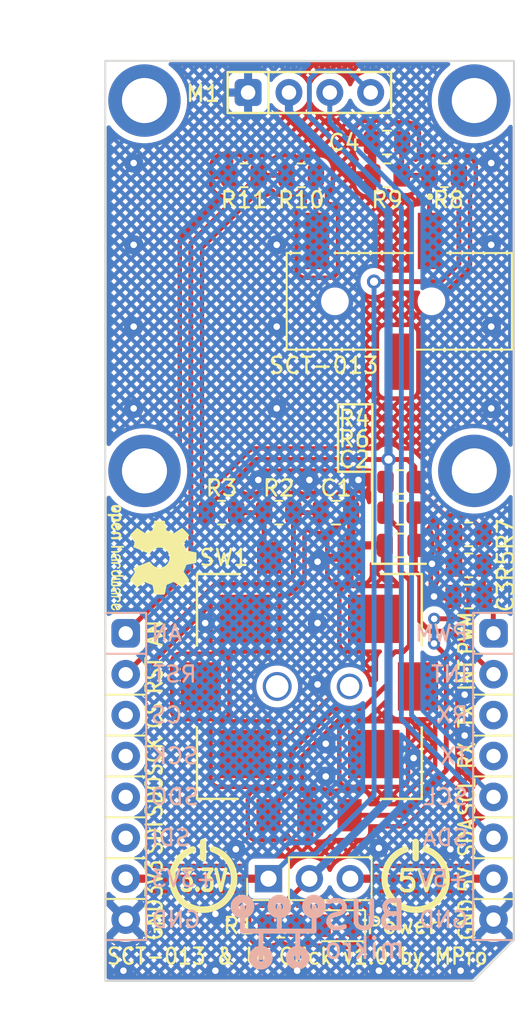
<source format=kicad_pcb>
(kicad_pcb (version 20241229) (generator "pcbnew") (generator_version "9.0")
  (title_block (title "SCT-013 & UI Click") (date "2025-04-20") (rev "1.0") (company "© 2025 MPro") (comment 1 "Designed by MPro") (comment 4 "Licensed under CERN-OHL-P v2 or any later version"))
  (layers (0 "F.Cu" signal) (2 "B.Cu" signal) (13 "F.Paste" user) (15 "B.Paste" user) (5 "F.SilkS" user "F.Silkscreen") (7 "B.SilkS" user "B.Silkscreen") (1 "F.Mask" user) (3 "B.Mask" user) (25 "Edge.Cuts" user))
  (net 0 "")
  (net 1 "GND")
  (net 2 "SW")
  (net 3 "A")
  (net 4 "B")
  (net 5 "Net-(C4-Pad1)")
  (net 6 "Net-(D1-A)")
  (net 7 "Net-(J1-Pad3)")
  (net 11 "SCL")
  (net 12 "SDA")
  (net 14 "MEAS")
  (net 15 "+3.3V")
  (net 19 "+5V")
  (net 20 "VCC")
  (net 21 "Net-(R2-Pad2)")
  (net 22 "Net-(R4-Pad2)")
  (net 23 "Net-(R5-Pad2)")
  (footprint "footprints:PJ-320B" (layer "F.Cu") (at 108.22 50.5005 180)
    (property "Reference" "J1")
    (property "Value" "SCT-013" (at 3.699 -3.9825 0) (layer "F.SilkS"))
    (pad "" np_thru_hole circle (at -3 0 180) (size 1.2 1.2) (drill 1.2) (layers "*.Cu" "*.Mask"))
    (pad "" np_thru_hole circle (at 3 0 180) (size 1.2 1.2) (drill 1.2) (layers "*.Cu" "*.Mask"))
    (pad "1" smd rect (at -2.9 3.75 180) (size 1.5 3.5) (layers "F.Cu" "F.Mask" "F.Paste") (net 5 "Net-(C4-Pad1)"))
    (pad "2" smd rect (at -0.900001 -3.75 180) (size 1.5 3.5) (layers "F.Cu" "F.Mask" "F.Paste"))
    (pad "3" smd rect (at 4.1 3.75 180) (size 1.5 3.5) (layers "F.Cu" "F.Mask" "F.Paste") (net 7 "Net-(J1-Pad3)"))
  )
  (footprint "footprints:LED_0805_2012Metric" (layer "F.Cu") (at 105.41 89.281 180)
    (property "Reference" "D1")
    (property "Value" "Power" (at -1.651 0 0) (layer "F.SilkS") (effects (justify left)))
    (pad "1" smd roundrect (at -0.937501 0 180) (size 0.975 1.4) (layers "F.Cu" "F.Mask" "F.Paste") (net 1 "GND"))
    (pad "2" smd roundrect (at 0.937501 0 180) (size 0.975 1.4) (layers "F.Cu" "F.Mask" "F.Paste") (net 6 "Net-(D1-A)"))
  )
  (footprint "footprints:C_0805_2012Metric" (layer "F.Cu") (at 105.283 63.627 180)
    (property "Reference" "C1" (at 0 1.524 0) (layer "F.SilkS"))
    (property "Value" "100n")
    (pad "1" smd roundrect (at -0.949999 0 180) (size 1 1.45) (layers "F.Cu" "F.Mask" "F.Paste") (net 1 "GND"))
    (pad "2" smd roundrect (at 0.949999 0 180) (size 1 1.45) (layers "F.Cu" "F.Mask" "F.Paste") (net 2 "SW"))
  )
  (footprint "footprints:R_0805_2012Metric" (layer "F.Cu") (at 98.171 63.627)
    (property "Reference" "R3" (at 0 -1.524 0) (layer "F.SilkS"))
    (property "Value" "10k")
    (pad "1" smd roundrect (at -0.9125 0) (size 1.025 1.4) (layers "F.Cu" "F.Mask" "F.Paste") (roundrect_rratio 0.243902) (net 20 "VCC"))
    (pad "2" smd roundrect (at 0.9125 0) (size 1.025 1.4) (layers "F.Cu" "F.Mask" "F.Paste") (roundrect_rratio 0.243902) (net 21 "Net-(R2-Pad2)"))
  )
  (footprint "footprints:Logo_Power_5V" (layer "F.Cu") (at 110.236 86.36)
    (property "Reference" "REF**")
    (property "Value" "LOGO")
    (fp_text user "5V" (at -1.27 0.9144 0) (layer "F.SilkS") (effects (font (size 1.3 1.3) (thickness 0.225) (bold yes)) (justify left bottom)))
  )
  (footprint "footprints:OSHW-Logo2_7.3x6mm_SilkScreen" (layer "F.Cu") (at 93.853 66.421 -90)
    (property "Reference" "LOGO1")
    (property "Value" "Logo_Open_Hardware_Small")
  )
  (footprint "footprints:R_0805_2012Metric" (layer "F.Cu") (at 99.568 42.672 180)
    (property "Reference" "R11" (at 0 -1.524 0) (layer "F.SilkS"))
    (property "Value" "100k")
    (pad "1" smd roundrect (at -0.9125 0 180) (size 1.025 1.4) (layers "F.Cu" "F.Mask" "F.Paste") (roundrect_rratio 0.243902) (net 14 "MEAS"))
    (pad "2" smd roundrect (at 0.9125 0 180) (size 1.025 1.4) (layers "F.Cu" "F.Mask" "F.Paste") (roundrect_rratio 0.243902) (net 1 "GND"))
  )
  (footprint "footprints:mikroBUS_module_L" (layer "F.Cu") (at 92.217 71.12)
    (property "Reference" "J2" (hide yes))
    (property "Value" "SCT-013 & UI Click v1.0 by MPro" (at 10.668 20.066 0) (layer "F.SilkS") (effects (font (size 1 0.9))))
    (fp_line (start -1.27 -35.56) (end 24.13 -35.56) (stroke (width 0.12)) (layer "Edge.Cuts"))
    (fp_line (start -1.27 21.59) (end -1.27 -35.56) (stroke (width 0.12)) (layer "Edge.Cuts"))
    (fp_line (start 21.6 21.59) (end -1.27 21.59) (stroke (width 0.12)) (layer "Edge.Cuts"))
    (fp_line (start 21.6 21.59) (end 24.13 19.05) (stroke (width 0.12)) (layer "Edge.Cuts"))
    (fp_line (start 24.13 -35.56) (end 24.13 19.05) (stroke (width 0.12)) (layer "Edge.Cuts"))
    (fp_text user "RX" (at 21.209 7.6 90) (layer "F.SilkS") (effects (font (size 1 0.85) (thickness 0.15) (bold yes))))
    (fp_text user "INT" (at 21.209 2.6 90) (layer "F.SilkS") (effects (font (size 1 0.85) (thickness 0.15) (bold yes))))
    (fp_text user "RST" (at 1.778 2.623639 90) (layer "F.SilkS") (effects (font (size 1 0.85))))
    (fp_text user "SCL" (at 21.209 10.16 90) (layer "F.SilkS") (effects (font (size 1 0.85) (thickness 0.15) (bold yes))))
    (fp_text user "SDO" (at 1.778 10.16 90) (layer "F.SilkS") (effects (font (size 1 0.85))))
    (fp_text user "5V" (at 21.209 15.3 90) (layer "F.SilkS") (effects (font (size 1 0.85) (thickness 0.15) (bold yes))))
    (fp_text user "SDI" (at 1.778 12.7 90) (layer "F.SilkS") (effects (font (size 1 0.85) (thickness 0.15) (bold yes))))
    (fp_text user "TX" (at 21.209 5.141427 90) (layer "F.SilkS") (effects (font (size 1 0.85) (thickness 0.15) (bold yes))))
    (fp_text user "GND" (at 1.778 17.78 90) (layer "F.SilkS") (effects (font (size 1 0.85) (thickness 0.15) (bold yes))))
    (fp_text user "CS" (at 1.778 5.1 90) (layer "F.SilkS") (effects (font (size 1 0.85))))
    (fp_text user "SDA" (at 21.209 12.7 90) (layer "F.SilkS") (effects (font (size 1 0.85) (thickness 0.15) (bold yes))))
    (fp_text user "SCK" (at 1.778 7.62 90) (layer "F.SilkS") (effects (font (size 1 0.85))))
    (fp_text user "PWM" (at 21.209 0 90) (layer "F.SilkS") (effects (font (size 1 0.8) (thickness 0.15) (bold yes))))
    (fp_text user "3V3" (at 1.778 15.24 90) (layer "F.SilkS") (effects (font (size 1 0.85) (thickness 0.15) (bold yes))))
    (fp_text user "AN" (at 1.778 0 90) (layer "F.SilkS") (effects (font (size 1 0.85))))
    (fp_text user "GND" (at 21.209 17.78 90) (layer "F.SilkS") (effects (font (size 1 0.85) (thickness 0.15) (bold yes))))
    (fp_text user "INT" (at 20.1248 2.54 0) (layer "B.SilkS") (effects (justify mirror)))
    (fp_text user "+5V" (at 19.743847 15.24 0) (layer "B.SilkS") (effects (justify mirror)))
    (fp_text user "SDI" (at 2.794 12.7 0) (layer "B.SilkS") (effects (justify mirror)))
    (fp_text user "RX" (at 20.291466 5.08 0) (layer "B.SilkS") (effects (justify mirror)))
    (fp_text user "GND" (at 3.119619 17.78 0) (layer "B.SilkS") (effects (justify mirror)))
    (fp_text user "+3V3" (at 3.59581 15.24 0) (layer "B.SilkS") (effects (justify mirror)))
    (fp_text user "CS" (at 2.54 5.08 0) (layer "B.SilkS") (effects (justify mirror)))
    (fp_text user "RST" (at 3.048 2.54 0) (layer "B.SilkS") (effects (justify mirror)))
    (fp_text user "SDO" (at 3.048 10.16 0) (layer "B.SilkS") (effects (justify mirror)))
    (fp_text user "AN" (at 2.54 0 0) (layer "B.SilkS") (effects (justify mirror)))
    (fp_text user "SCL" (at 19.886704 10.16 0) (layer "B.SilkS") (effects (justify mirror)))
    (fp_text user "PWM" (at 19.6248 0 0) (layer "B.SilkS") (effects (justify mirror)))
    (fp_text user "SCK" (at 3.048 7.62 0) (layer "B.SilkS") (effects (justify mirror)))
    (fp_text user "GND" (at 19.743847 17.78 0) (layer "B.SilkS") (effects (justify mirror)))
    (fp_text user "SDA" (at 19.862895 12.7 0) (layer "B.SilkS") (effects (justify mirror)))
    (fp_text user "TX" (at 20.410514 7.62 0) (layer "B.SilkS") (effects (justify mirror)))
    (pad "P1" thru_hole roundrect (at 0 0) (size 1.778 1.778) (drill 0.889) (layers "*.Cu" "*.Mask") (net 14 "MEAS"))
    (pad "P2" thru_hole circle (at 0 2.54) (size 1.778 1.778) (drill 0.889) (layers "*.Cu" "*.Mask") (net 2 "SW"))
    (pad "P3" thru_hole circle (at 0 5.08) (size 1.778 1.778) (drill 0.889) (layers "*.Cu" "*.Mask"))
    (pad "P4" thru_hole circle (at 0 7.62) (size 1.778 1.778) (drill 0.889) (layers "*.Cu" "*.Mask"))
    (pad "P5" thru_hole circle (at 0 10.16) (size 1.778 1.778) (drill 0.889) (layers "*.Cu" "*.Mask"))
    (pad "P6" thru_hole circle (at 0 12.7) (size 1.778 1.778) (drill 0.889) (layers "*.Cu" "*.Mask"))
    (pad "P7" thru_hole circle (at 0 15.24) (size 1.778 1.778) (drill 0.889) (layers "*.Cu" "*.Mask") (net 15 "+3.3V"))
    (pad "P8" thru_hole circle (at 0 17.78) (size 1.778 1.778) (drill 0.889) (layers "*.Cu" "*.Mask") (net 1 "GND"))
    (pad "P9" thru_hole circle (at 22.86 17.78) (size 1.778 1.778) (drill 0.889) (layers "*.Cu" "*.Mask") (net 1 "GND"))
    (pad "P10" thru_hole circle (at 22.86 15.24) (size 1.778 1.778) (drill 0.889) (layers "*.Cu" "*.Mask") (net 19 "+5V"))
    (pad "P11" thru_hole circle (at 22.86 12.7) (size 1.778 1.778) (drill 0.889) (layers "*.Cu" "*.Mask") (net 12 "SDA"))
    (pad "P12" thru_hole circle (at 22.86 10.16) (size 1.778 1.778) (drill 0.889) (layers "*.Cu" "*.Mask") (net 11 "SCL"))
    (pad "P13" thru_hole circle (at 22.86 7.62) (size 1.778 1.778) (drill 0.889) (layers "*.Cu" "*.Mask"))
    (pad "P14" thru_hole circle (at 22.86 5.08) (size 1.778 1.778) (drill 0.889) (layers "*.Cu" "*.Mask"))
    (pad "P15" thru_hole circle (at 22.86 2.54) (size 1.778 1.778) (drill 0.889) (layers "*.Cu" "*.Mask") (net 3 "A"))
    (pad "P16" thru_hole roundrect (at 22.86 0) (size 1.778 1.778) (drill 0.889) (layers "*.Cu" "*.Mask") (net 4 "B"))
  )
  (footprint "footprints:EC11_SMD" (layer "F.Cu") (at 103.632 74.422)
    (property "Reference" "SW1" (at -3.683 -8.001 0) (layer "F.SilkS") (effects (justify right)))
    (property "Value" "EC11 Encoder")
    (pad "" smd rect (at -6.75 0) (size 2.5 3) (layers "F.Cu" "F.Mask" "F.Paste"))
    (pad "" smd rect (at -4 -4.2) (size 3.2 3) (layers "F.Cu" "F.Mask" "F.Paste"))
    (pad "" smd rect (at -4 4.2) (size 3.2 3) (layers "F.Cu" "F.Mask" "F.Paste"))
    (pad "" np_thru_hole circle (at -2 0) (size 1.8 1.8) (drill 1.4) (layers "*.Cu" "*.Mask"))
    (pad "" np_thru_hole circle (at 2.5 0) (size 1.6 1.6) (drill 1.2) (layers "*.Cu" "*.Mask"))
    (pad "" smd rect (at 4 -4.2) (size 3.2 3) (layers "F.Cu" "F.Mask" "F.Paste"))
    (pad "" smd rect (at 4 4.2) (size 3.2 3) (layers "F.Cu" "F.Mask" "F.Paste"))
    (pad "" smd rect (at 6.75 0) (size 2.5 3) (layers "F.Cu" "F.Mask" "F.Paste"))
    (pad "A" smd rect (at -2.54 8) (size 1.5 2) (layers "F.Cu" "F.Mask" "F.Paste") (net 22 "Net-(R4-Pad2)"))
    (pad "B" smd rect (at 2.5 8) (size 1.5 2) (layers "F.Cu" "F.Mask" "F.Paste") (net 23 "Net-(R5-Pad2)"))
    (pad "C" smd rect (at 0 8) (size 1.5 2) (layers "F.Cu" "F.Mask" "F.Paste") (net 1 "GND"))
    (pad "S1" smd rect (at -2.5 -8) (size 1.5 2) (layers "F.Cu" "F.Mask" "F.Paste") (net 21 "Net-(R2-Pad2)"))
    (pad "S2" smd rect (at 2.5 -8) (size 1.5 2) (layers "F.Cu" "F.Mask" "F.Paste") (net 1 "GND"))
  )
  (footprint "footprints:R_0805_2012Metric" (layer "F.Cu") (at 112.014 42.672 180)
    (property "Reference" "R8" (at -0.254 -1.524 0) (layer "F.SilkS"))
    (property "Value" "10k")
    (pad "1" smd roundrect (at -0.9125 0 180) (size 1.025 1.4) (layers "F.Cu" "F.Mask" "F.Paste") (roundrect_rratio 0.243902) (net 15 "+3.3V"))
    (pad "2" smd roundrect (at 0.9125 0 180) (size 1.025 1.4) (layers "F.Cu" "F.Mask" "F.Paste") (roundrect_rratio 0.243902) (net 5 "Net-(C4-Pad1)"))
  )
  (footprint "footprints:R_0805_2012Metric" (layer "F.Cu") (at 101.727 63.627 180)
    (property "Reference" "R2" (at 0 1.524 0) (layer "F.SilkS"))
    (property "Value" "1k")
    (pad "1" smd roundrect (at -0.9125 0 180) (size 1.025 1.4) (layers "F.Cu" "F.Mask" "F.Paste") (roundrect_rratio 0.243902) (net 2 "SW"))
    (pad "2" smd roundrect (at 0.9125 0 180) (size 1.025 1.4) (layers "F.Cu" "F.Mask" "F.Paste") (roundrect_rratio 0.243902) (net 21 "Net-(R2-Pad2)"))
  )
  (footprint "footprints:R_0805_2012Metric" (layer "F.Cu") (at 113.538 66.9036)
    (property "Reference" "R7" (at 2.286 -1.9304 90) (layer "F.SilkS"))
    (property "Value" "1k")
    (pad "1" smd roundrect (at -0.9125 0) (size 1.025 1.4) (layers "F.Cu" "F.Mask" "F.Paste") (roundrect_rratio 0.243902) (net 23 "Net-(R5-Pad2)"))
    (pad "2" smd roundrect (at 0.9125 0) (size 1.025 1.4) (layers "F.Cu" "F.Mask" "F.Paste") (roundrect_rratio 0.243902) (net 4 "B"))
  )
  (footprint "footprints:R_0805_2012Metric" (layer "F.Cu") (at 113.538 64.9732 180)
    (property "Reference" "R5" (at -2.286 -1.9558 90) (layer "F.SilkS"))
    (property "Value" "10k")
    (pad "1" smd roundrect (at -0.9125 0 180) (size 1.025 1.4) (layers "F.Cu" "F.Mask" "F.Paste") (roundrect_rratio 0.243902) (net 20 "VCC"))
    (pad "2" smd roundrect (at 0.9125 0 180) (size 1.025 1.4) (layers "F.Cu" "F.Mask" "F.Paste") (roundrect_rratio 0.243902) (net 23 "Net-(R5-Pad2)"))
  )
  (footprint "footprints:C_0805_2012Metric" (layer "F.Cu") (at 113.538 68.834)
    (property "Reference" "C3" (at 2.286 0 90) (layer "F.SilkS"))
    (property "Value" "100n")
    (pad "1" smd roundrect (at -0.949999 0) (size 1 1.45) (layers "F.Cu" "F.Mask" "F.Paste") (net 1 "GND"))
    (pad "2" smd roundrect (at 0.949999 0) (size 1 1.45) (layers "F.Cu" "F.Mask" "F.Paste") (net 4 "B"))
  )
  (footprint "footprints:PinHeader_1x03_P2.54mm_Vertical" (layer "F.Cu") (at 101.092 86.36 90)
    (property "Reference" "JP1")
    (property "Value" "PWR")
    (pad "1" thru_hole rect (at 0 0 90) (size 1.7 1.7) (drill 1) (layers "*.Cu" "*.Mask") (net 15 "+3.3V"))
    (pad "2" thru_hole oval (at 0 2.54 90) (size 1.7 1.7) (drill 1) (layers "*.Cu" "*.Mask") (net 20 "VCC"))
    (pad "3" thru_hole oval (at 0 5.079999 90) (size 1.7 1.7) (drill 1) (layers "*.Cu" "*.Mask") (net 19 "+5V"))
  )
  (footprint "footprints:R_0805_2012Metric" (layer "F.Cu") (at 109.2708 61.722 180)
    (property "Reference" "R4" (at 2.8448 3.937 0) (layer "F.SilkS"))
    (property "Value" "10k")
    (pad "1" smd roundrect (at -0.9125 0 180) (size 1.025 1.4) (layers "F.Cu" "F.Mask" "F.Paste") (roundrect_rratio 0.243902) (net 20 "VCC"))
    (pad "2" smd roundrect (at 0.9125 0 180) (size 1.025 1.4) (layers "F.Cu" "F.Mask" "F.Paste") (roundrect_rratio 0.243902) (net 22 "Net-(R4-Pad2)"))
  )
  (footprint "footprints:R_0805_2012Metric" (layer "F.Cu") (at 103.124 42.672 180)
    (property "Reference" "R10" (at 0 -1.524 0) (layer "F.SilkS"))
    (property "Value" "220k")
    (pad "1" smd roundrect (at -0.9125 0 180) (size 1.025 1.4) (layers "F.Cu" "F.Mask" "F.Paste") (roundrect_rratio 0.243902) (net 7 "Net-(J1-Pad3)"))
    (pad "2" smd roundrect (at 0.9125 0 180) (size 1.025 1.4) (layers "F.Cu" "F.Mask" "F.Paste") (roundrect_rratio 0.243902) (net 14 "MEAS"))
  )
  (footprint "footprints:C_0805_2012Metric" (layer "F.Cu") (at 109.2708 65.659)
    (property "Reference" "C2" (at -2.8448 -5.334 0) (layer "F.SilkS"))
    (property "Value" "100n")
    (pad "1" smd roundrect (at -0.949999 0) (size 1 1.45) (layers "F.Cu" "F.Mask" "F.Paste") (net 1 "GND"))
    (pad "2" smd roundrect (at 0.949999 0) (size 1 1.45) (layers "F.Cu" "F.Mask" "F.Paste") (net 3 "A"))
  )
  (footprint "footprints:R_0805_2012Metric" (layer "F.Cu") (at 101.854 89.281)
    (property "Reference" "R1" (at -1.524 0 0) (layer "F.SilkS") (effects (justify right)))
    (property "Value" "2k2")
    (pad "1" smd roundrect (at -0.9125 0) (size 1.025 1.4) (layers "F.Cu" "F.Mask" "F.Paste") (roundrect_rratio 0.243902) (net 20 "VCC"))
    (pad "2" smd roundrect (at 0.9125 0) (size 1.025 1.4) (layers "F.Cu" "F.Mask" "F.Paste") (roundrect_rratio 0.243902) (net 6 "Net-(D1-A)"))
  )
  (footprint "footprints:C_0805_2012Metric" (layer "F.Cu") (at 108.458 40.64 180)
    (property "Reference" "C4" (at 2.667 0 0) (layer "F.SilkS"))
    (property "Value" "10u")
    (pad "1" smd roundrect (at -0.949999 0 180) (size 1 1.45) (layers "F.Cu" "F.Mask" "F.Paste") (net 5 "Net-(C4-Pad1)"))
    (pad "2" smd roundrect (at 0.949999 0 180) (size 1 1.45) (layers "F.Cu" "F.Mask" "F.Paste") (net 1 "GND"))
  )
  (footprint "footprints:Logo_Power_3V3" (layer "F.Cu") (at 97.028 86.36)
    (property "Reference" "REF**")
    (property "Value" "LOGO")
    (fp_text user "3.3V" (at -1.5748 0.889 0) (layer "F.SilkS") (effects (font (size 1.3 0.9) (thickness 0.225) (bold yes)) (justify left bottom)))
  )
  (footprint "footprints:128X64_OLED_I2C_0-96inch (EstarDyn)" (layer "F.Cu") (at 103.632 37.53)
    (property "Reference" "M1" (at -6.604 0.062 0) (layer "F.SilkS"))
    (property "Value" "OLED 0.96 [new]")
    (pad "" np_thru_hole circle (at -10.25 0.5) (size 4.5 4.5) (drill 2.8) (layers "*.Cu" "*.Mask"))
    (pad "" np_thru_hole circle (at -10.25 23.5) (size 4.5 4.5) (drill 2.8) (layers "*.Cu" "*.Mask"))
    (pad "" np_thru_hole circle (at 10.25 0.5) (size 4.5 4.5) (drill 2.8) (layers "*.Cu" "*.Mask"))
    (pad "" np_thru_hole circle (at 10.25 23.5) (size 4.5 4.5) (drill 2.8) (layers "*.Cu" "*.Mask"))
    (pad "1" thru_hole roundrect (at -3.81 0) (size 1.6764 1.6764) (drill 0.9) (layers "*.Cu" "*.Mask") (roundrect_rratio 0.2) (net 1 "GND"))
    (pad "2" thru_hole circle (at -1.27 0) (size 1.6764 1.6764) (drill 0.9) (layers "*.Cu" "*.Mask") (net 20 "VCC"))
    (pad "3" thru_hole circle (at 1.27 0) (size 1.6764 1.6764) (drill 0.9) (layers "*.Cu" "*.Mask") (net 11 "SCL"))
    (pad "4" thru_hole circle (at 3.81 0) (size 1.6764 1.6764) (drill 0.9) (layers "*.Cu" "*.Mask") (net 12 "SDA"))
  )
  (footprint "footprints:R_0805_2012Metric" (layer "F.Cu") (at 108.458 42.672 180)
    (property "Reference" "R9" (at 0 -1.524 0) (layer "F.SilkS"))
    (property "Value" "10k")
    (pad "1" smd roundrect (at -0.9125 0 180) (size 1.025 1.4) (layers "F.Cu" "F.Mask" "F.Paste") (roundrect_rratio 0.243902) (net 5 "Net-(C4-Pad1)"))
    (pad "2" smd roundrect (at 0.9125 0 180) (size 1.025 1.4) (layers "F.Cu" "F.Mask" "F.Paste") (roundrect_rratio 0.243902) (net 1 "GND"))
  )
  (footprint "footprints:R_0805_2012Metric" (layer "F.Cu") (at 109.2708 63.627)
    (property "Reference" "R6" (at -2.8448 -4.572 0) (layer "F.SilkS"))
    (property "Value" "1k")
    (pad "1" smd roundrect (at -0.9125 0) (size 1.025 1.4) (layers "F.Cu" "F.Mask" "F.Paste") (roundrect_rratio 0.243902) (net 22 "Net-(R4-Pad2)"))
    (pad "2" smd roundrect (at 0.9125 0) (size 1.025 1.4) (layers "F.Cu" "F.Mask" "F.Paste") (roundrect_rratio 0.243902) (net 3 "A"))
  )
  (footprint "footprints:mikroBUS_logo_text" (layer "B.Cu") (at 101.727 88.138)
    (property "Reference" "REF**" (hide yes))
    (property "Value" "mikroBUS_logo_text" (hide yes))
    (fp_text user "BUS" (at 5.334 0.508 180) (layer "B.SilkS") (effects (font (size 1.7 1.7) (thickness 0.3)) (justify mirror)))
    (fp_text user "mikro" (at 5.334 2.54 180) (layer "B.SilkS") (effects (font (size 1.3 1.2) (thickness 0.18)) (justify mirror)))
  )
  (gr_line (start 107.5436 66.802) (end 110.871 66.802) (stroke (width 0.15)) (layer "F.SilkS"))
  (gr_line (start 105.41 56.896) (end 107.5436 56.896) (stroke (width 0.15)) (layer "F.SilkS"))
  (gr_line (start 105.41 61.087) (end 107.5436 61.087) (stroke (width 0.15)) (layer "F.SilkS"))
  (gr_line (start 105.41 60.96) (end 105.41 56.896) (stroke (width 0.15)) (layer "F.SilkS"))
  (gr_line (start 107.5436 56.896) (end 107.5436 66.802) (stroke (width 0.15)) (layer "F.SilkS"))
  (segment (start 106.895 65.659) (end 106.132 66.422) (width 0.508) (layer "F.Cu") (net 1))
  (segment (start 106.232999 63.627) (end 106.232999 66.321001) (width 0.508) (layer "F.Cu") (net 1))
  (segment (start 106.232999 66.321001) (end 106.132 66.422) (width 0.3048) (layer "F.Cu") (net 1))
  (segment (start 108.320801 65.659) (end 106.895 65.659) (width 0.508) (layer "F.Cu") (net 1))
  (segment (start 106.232999 63.627) (end 104.581999 65.278) (width 0.508) (layer "F.Cu") (net 1))
  (segment (start 106.232999 63.627) (end 106.232999 63.693001) (width 0.508) (layer "F.Cu") (net 1))
  (segment (start 112.588001 68.834) (end 111.379 68.834) (width 0.3048) (layer "F.Cu") (net 1))
  (via (at 114.935 57.15) (size 0.762) (drill 0.4064) (layers "F.Cu" "B.Cu") (net 1))
  (via (at 92.71 41.91) (size 0.762) (drill 0.4064) (layers "F.Cu" "B.Cu") (net 1))
  (via (at 104.14 66.675) (size 0.762) (drill 0.4064) (layers "F.Cu" "B.Cu") (net 1))
  (via (at 92.71 46.99) (size 0.762) (drill 0.4064) (layers "F.Cu" "B.Cu") (net 1))
  (via (at 104.648 80.01) (size 0.762) (drill 0.4064) (layers "F.Cu" "B.Cu") (net 1))
  (via (at 104.648 77.978) (size 0.762) (drill 0.4064) (layers "F.Cu" "B.Cu") (net 1))
  (via (at 101.6 57.15) (size 0.762) (drill 0.4064) (layers "F.Cu" "B.Cu") (net 1))
  (via (at 102.87 92.075) (size 0.762) (drill 0.4064) (layers "F.Cu" "B.Cu") (net 1))
  (via (at 113.284 74.93) (size 0.762) (drill 0.4064) (layers "F.Cu" "B.Cu") (net 1))
  (via (at 110.109 78.867) (size 0.762) (drill 0.4064) (layers "F.Cu" "B.Cu") (net 1))
  (via (at 113.284 77.47) (size 0.762) (drill 0.4064) (layers "F.Cu" "B.Cu") (net 1))
  (via (at 92.71 57.15) (size 0.762) (drill 0.4064) (layers "F.Cu" "B.Cu") (net 1))
  (via (at 107.95 84.455) (size 0.762) (drill 0.4064) (layers "F.Cu" "B.Cu") (net 1))
  (via (at 107.95 92.075) (size 0.762) (drill 0.4064) (layers "F.Cu" "B.Cu") (net 1))
  (via (at 101.6 52.07) (size 0.762) (drill 0.4064) (layers "F.Cu" "B.Cu") (net 1))
  (via (at 111.252 66.802) (size 0.762) (drill 0.4064) (layers "F.Cu" "B.Cu") (net 1))
  (via (at 106.68 61.595) (size 0.762) (drill 0.4064) (layers "F.Cu" "B.Cu") (net 1))
  (via (at 114.935 41.91) (size 0.762) (drill 0.4064) (layers "F.Cu" "B.Cu") (net 1))
  (via (at 92.71 52.07) (size 0.762) (drill 0.4064) (layers "F.Cu" "B.Cu") (net 1))
  (via (at 97.155 70.485) (size 0.762) (drill 0.4064) (layers "F.Cu" "B.Cu") (net 1))
  (via (at 99.06 84.53163) (size 0.762) (drill 0.4064) (layers "F.Cu" "B.Cu") (net 1))
  (via (at 101.6 46.99) (size 0.762) (drill 0.4064) (layers "F.Cu" "B.Cu") (net 1))
  (via (at 97.79 88.546) (size 0.762) (drill 0.4064) (layers "F.Cu" "B.Cu") (net 1))
  (via (at 97.79 92.075) (size 0.762) (drill 0.4064) (layers "F.Cu" "B.Cu") (net 1))
  (via (at 107.95 88.321) (size 0.762) (drill 0.4064) (layers "F.Cu" "B.Cu") (net 1))
  (via (at 111.379 68.834) (size 0.762) (drill 0.4064) (layers "F.Cu" "B.Cu") (net 1))
  (via (at 103.632 61.595) (size 0.762) (drill 0.4064) (layers "F.Cu" "B.Cu") (net 1))
  (via (at 104.14 70.485) (size 0.762) (drill 0.4064) (layers "F.Cu" "B.Cu") (net 1))
  (via (at 92.075 92.075) (size 0.762) (drill 0.4064) (layers "F.Cu" "B.Cu") (net 1))
  (via (at 114.935 52.07) (size 0.762) (drill 0.4064) (layers "F.Cu" "B.Cu") (net 1))
  (via (at 113.03 92.075) (size 0.762) (drill 0.4064) (layers "F.Cu" "B.Cu") (net 1))
  (via (at 104.14 74.295) (size 0.762) (drill 0.4064) (layers "F.Cu" "B.Cu") (net 1))
  (via (at 112.395 84.53163) (size 0.762) (drill 0.4064) (layers "F.Cu" "B.Cu") (net 1))
  (via (at 114.935 46.99) (size 0.762) (drill 0.4064) (layers "F.Cu" "B.Cu") (net 1))
  (via (at 100.457 61.595) (size 0.762) (drill 0.4064) (layers "F.Cu" "B.Cu") (net 1))
  (segment (start 104.333001 63.627) (end 102.6395 63.627) (width 0.3048) (layer "F.Cu") (net 2))
  (segment (start 97.79 68.072) (end 102.108 68.072) (width 0.3048) (layer "F.Cu") (net 2))
  (segment (start 92.202 73.66) (end 97.79 68.072) (width 0.3048) (layer "F.Cu") (net 2))
  (segment (start 102.6395 67.5405) (end 102.6395 63.627) (width 0.3048) (layer "F.Cu") (net 2))
  (segment (start 102.108 68.072) (end 102.6395 67.5405) (width 0.3048) (layer "F.Cu") (net 2))
  (segment (start 112.395 70.993) (end 111.125 70.993) (width 0.3048) (layer "F.Cu") (net 3))
  (segment (start 110.220799 67.294799) (end 110.220799 65.659) (width 0.3048) (layer "F.Cu") (net 3))
  (segment (start 110.1833 65.418301) (end 110.220799 65.4558) (width 0.3048) (layer "F.Cu") (net 3))
  (segment (start 110.49 67.564) (end 110.220799 67.294799) (width 0.3048) (layer "F.Cu") (net 3))
  (segment (start 110.1833 63.627) (end 110.1833 65.418301) (width 0.3048) (layer "F.Cu") (net 3))
  (segment (start 111.125 70.993) (end 110.49 70.358) (width 0.3048) (layer "F.Cu") (net 3))
  (segment (start 110.220799 65.4558) (end 110.220799 65.659) (width 0.3048) (layer "F.Cu") (net 3))
  (segment (start 115.062 73.66) (end 112.395 70.993) (width 0.3048) (layer "F.Cu") (net 3))
  (segment (start 110.49 70.358) (end 110.49 67.564) (width 0.3048) (layer "F.Cu") (net 3))
  (segment (start 114.4505 68.796501) (end 114.487999 68.834) (width 0.3048) (layer "F.Cu") (net 4))
  (segment (start 115.062 69.6722) (end 114.487999 69.098199) (width 0.3048) (layer "F.Cu") (net 4))
  (segment (start 115.062 71.12) (end 115.062 69.6722) (width 0.3048) (layer "F.Cu") (net 4))
  (segment (start 114.487999 69.098199) (end 114.487999 68.834) (width 0.3048) (layer "F.Cu") (net 4))
  (segment (start 114.4505 66.9036) (end 114.4505 68.796501) (width 0.3048) (layer "F.Cu") (net 4))
  (segment (start 111.1015 46.732) (end 111.12 46.7505) (width 0.3048) (layer "F.Cu") (net 5))
  (segment (start 109.3705 42.672) (end 109.3705 40.677499) (width 0.3048) (layer "F.Cu") (net 5))
  (segment (start 111.1015 42.672) (end 111.1015 46.732) (width 0.3048) (layer "F.Cu") (net 5))
  (segment (start 109.3705 40.677499) (end 109.407999 40.64) (width 0.3048) (layer "F.Cu") (net 5))
  (segment (start 111.1015 42.672) (end 109.3705 42.672) (width 0.3048) (layer "F.Cu") (net 5))
  (segment (start 104.472499 89.281) (end 102.7665 89.281) (width 0.3048) (layer "F.Cu") (net 6))
  (segment (start 104.0365 42.672) (end 104.0365 46.667) (width 0.3048) (layer "F.Cu") (net 7))
  (segment (start 104.0365 46.667) (end 104.12 46.7505) (width 0.3048) (layer "F.Cu") (net 7))
  (segment (start 109.982 76.2) (end 109.982 44.45) (width 0.3048) (layer "B.Cu") (net 11))
  (segment (start 104.902 39.37) (end 104.902 37.53) (width 0.3048) (layer "B.Cu") (net 11))
  (segment (start 109.982 44.45) (end 104.902 39.37) (width 0.3048) (layer "B.Cu") (net 11))
  (segment (start 115.062 81.28) (end 109.982 76.2) (width 0.3048) (layer "B.Cu") (net 11))
  (segment (start 113.665 80.772) (end 109.347 76.454) (width 0.3048) (layer "B.Cu") (net 12))
  (segment (start 109.347 76.454) (end 109.347 44.704) (width 0.3048) (layer "B.Cu") (net 12))
  (segment (start 115.062 83.82) (end 113.665 82.423) (width 0.3048) (layer "B.Cu") (net 12))
  (segment (start 113.665 82.423) (end 113.665 80.772) (width 0.3048) (layer "B.Cu") (net 12))
  (segment (start 103.632 36.703) (end 104.14 36.195) (width 0.3048) (layer "B.Cu") (net 12))
  (segment (start 106.107 36.195) (end 107.442 37.53) (width 0.3048) (layer "B.Cu") (net 12))
  (segment (start 103.632 38.989) (end 103.632 36.703) (width 0.3048) (layer "B.Cu") (net 12))
  (segment (start 104.14 36.195) (end 106.107 36.195) (width 0.3048) (layer "B.Cu") (net 12))
  (segment (start 109.347 44.704) (end 103.632 38.989) (width 0.3048) (layer "B.Cu") (net 12))
  (segment (start 96.266 67.056) (end 92.202 71.12) (width 0.3048) (layer "F.Cu") (net 14))
  (segment (start 100.4805 42.672) (end 96.266 46.8865) (width 0.3048) (layer "F.Cu") (net 14))
  (segment (start 96.266 46.8865) (end 96.266 67.056) (width 0.3048) (layer "F.Cu") (net 14))
  (segment (start 100.4805 42.672) (end 102.2115 42.672) (width 0.3048) (layer "F.Cu") (net 14))
  (segment (start 101.092 86.36) (end 92.202 86.36) (width 0.508) (layer "F.Cu") (net 15))
  (segment (start 112.9265 48.1508) (end 112.9265 42.672) (width 0.3048) (layer "F.Cu") (net 15))
  (segment (start 107.6516 49.276) (end 111.8013 49.276) (width 0.3048) (layer "F.Cu") (net 15))
  (segment (start 111.8013 49.276) (end 112.9265 48.1508) (width 0.3048) (layer "F.Cu") (net 15))
  (via (at 107.6516 49.276) (size 0.889) (drill 0.508) (layers "F.Cu" "B.Cu") (net 15))
  (segment (start 104.013 84.836) (end 102.616 84.836) (width 0.3048) (layer "B.Cu") (net 15))
  (segment (start 107.6516 81.1974) (end 104.013 84.836) (width 0.3048) (layer "B.Cu") (net 15))
  (segment (start 107.6516 49.276) (end 107.6516 81.1974) (width 0.3048) (layer "B.Cu") (net 15))
  (segment (start 102.616 84.836) (end 101.092 86.36) (width 0.3048) (layer "B.Cu") (net 15))
  (segment (start 106.171999 86.36) (end 115.062 86.36) (width 0.508) (layer "F.Cu") (net 19))
  (segment (start 110.1833 61.9233) (end 110.1833 61.722) (width 0.3048) (layer "F.Cu") (net 20))
  (segment (start 114.4505 64.9732) (end 114.4505 64.77) (width 0.3048) (layer "F.Cu") (net 20))
  (segment (start 110.1833 60.7803) (end 110.1833 61.722) (width 0.3048) (layer "F.Cu") (net 20))
  (segment (start 108.5501 60.325) (end 100.33 60.325) (width 0.3048) (layer "F.Cu") (net 20))
  (segment (start 100.9415 89.0505) (end 103.632 86.36) (width 0.3048) (layer "F.Cu") (net 20))
  (segment (start 100.33 60.325) (end 97.2585 63.3965) (width 0.3048) (layer "F.Cu") (net 20))
  (segment (start 100.9415 89.281) (end 100.9415 89.0505) (width 0.3048) (layer "F.Cu") (net 20))
  (segment (start 109.728 60.325) (end 110.1833 60.7803) (width 0.3048) (layer "F.Cu") (net 20))
  (segment (start 112.0648 63.8048) (end 110.1833 61.9233) (width 0.3048) (layer "F.Cu") (net 20))
  (segment (start 113.4853 63.8048) (end 112.0648 63.8048) (width 0.3048) (layer "F.Cu") (net 20))
  (segment (start 97.2585 63.3965) (end 97.2585 63.627) (width 0.3048) (layer "F.Cu") (net 20))
  (segment (start 114.4505 64.77) (end 113.4853 63.8048) (width 0.3048) (layer "F.Cu") (net 20))
  (segment (start 108.5501 60.325) (end 109.728 60.325) (width 0.3048) (layer "F.Cu") (net 20))
  (via (at 108.5501 60.325) (size 0.889) (drill 0.508) (layers "F.Cu" "B.Cu") (net 20))
  (segment (start 108.5501 60.325) (end 108.5501 81.4419) (width 0.508) (layer "B.Cu") (net 20))
  (segment (start 108.5501 81.4419) (end 103.632 86.36) (width 0.508) (layer "B.Cu") (net 20))
  (segment (start 102.362 38.735) (end 102.362 37.53) (width 0.508) (layer "B.Cu") (net 20))
  (segment (start 108.5501 60.325) (end 108.5501 44.9231) (width 0.508) (layer "B.Cu") (net 20))
  (segment (start 108.5501 44.9231) (end 102.362 38.735) (width 0.508) (layer "B.Cu") (net 20))
  (segment (start 100.8145 63.627) (end 100.8145 66.1045) (width 0.3048) (layer "F.Cu") (net 21))
  (segment (start 100.8145 66.1045) (end 101.132 66.422) (width 0.3048) (layer "F.Cu") (net 21))
  (segment (start 100.8145 63.627) (end 99.0835 63.627) (width 0.3048) (layer "F.Cu") (net 21))
  (segment (start 108.458 74.295) (end 106.934 75.819) (width 0.3048) (layer "F.Cu") (net 22))
  (segment (start 108.3583 63.7813) (end 109.2708 64.6938) (width 0.3048) (layer "F.Cu") (net 22))
  (segment (start 102.489 78.486) (end 102.489 80.645) (width 0.3048) (layer "F.Cu") (net 22))
  (segment (start 106.934 75.819) (end 105.156 75.819) (width 0.3048) (layer "F.Cu") (net 22))
  (segment (start 109.474 72.263) (end 108.966 72.263) (width 0.3048) (layer "F.Cu") (net 22))
  (segment (start 108.458 72.771) (end 108.458 74.295) (width 0.3048) (layer "F.Cu") (net 22))
  (segment (start 109.855 71.882) (end 109.474 72.263) (width 0.3048) (layer "F.Cu") (net 22))
  (segment (start 105.156 75.819) (end 102.489 78.486) (width 0.3048) (layer "F.Cu") (net 22))
  (segment (start 108.3583 61.722) (end 108.3583 63.627) (width 0.3048) (layer "F.Cu") (net 22))
  (segment (start 109.855 67.818) (end 109.855 71.882) (width 0.3048) (layer "F.Cu") (net 22))
  (segment (start 109.2708 67.2338) (end 109.855 67.818) (width 0.3048) (layer "F.Cu") (net 22))
  (segment (start 109.2708 64.6938) (end 109.2708 67.2338) (width 0.3048) (layer "F.Cu") (net 22))
  (segment (start 101.092 82.042) (end 101.092 82.422) (width 0.3048) (layer "F.Cu") (net 22))
  (segment (start 108.3583 63.627) (end 108.3583 63.7813) (width 0.3048) (layer "F.Cu") (net 22))
  (segment (start 102.489 80.645) (end 101.092 82.042) (width 0.3048) (layer "F.Cu") (net 22))
  (segment (start 108.966 72.263) (end 108.458 72.771) (width 0.3048) (layer "F.Cu") (net 22))
  (segment (start 111.379 71.755) (end 112.141 72.517) (width 0.3048) (layer "F.Cu") (net 23))
  (segment (start 112.141 79.629) (end 109.348 82.422) (width 0.3048) (layer "F.Cu") (net 23))
  (segment (start 112.141 72.517) (end 112.141 79.629) (width 0.3048) (layer "F.Cu") (net 23))
  (segment (start 111.389593 70.220407) (end 112.389145 70.220407) (width 0.3048) (layer "F.Cu") (net 23))
  (segment (start 112.6255 64.9732) (end 112.6255 66.9036) (width 0.3048) (layer "F.Cu") (net 23))
  (segment (start 109.348 82.422) (end 106.132 82.422) (width 0.3048) (layer "F.Cu") (net 23))
  (segment (start 112.389144 70.220407) (end 113.040593 70.220407) (width 0.3048) (layer "F.Cu") (net 23))
  (segment (start 113.538 69.723) (end 113.538 67.992) (width 0.3048) (layer "F.Cu") (net 23))
  (segment (start 112.6255 67.0795) (end 112.6255 66.9036) (width 0.3048) (layer "F.Cu") (net 23))
  (segment (start 113.538 67.992) (end 112.6255 67.0795) (width 0.3048) (layer "F.Cu") (net 23))
  (segment (start 113.040593 70.220407) (end 113.538 69.723) (width 0.3048) (layer "F.Cu") (net 23))
  (segment (start 112.389145 70.220407) (end 112.389144 70.220407) (width 0.3048) (layer "F.Cu") (net 23))
  (via (at 111.379 71.755) (size 0.762) (drill 0.4064) (layers "F.Cu" "B.Cu") (net 23))
  (via (at 111.389593 70.220407) (size 0.762) (drill 0.4064) (layers "F.Cu" "B.Cu") (net 23))
  (segment (start 111.379 70.231) (end 111.379 71.755) (width 0.3048) (layer "B.Cu") (net 23))
  (segment (start 111.389593 70.220407) (end 111.379 70.231) (width 0.3048) (layer "B.Cu") (net 23))
  (zone (net 1) (net_name "GND") (layers "F.Cu" "B.Cu") (connect_pads (clearance 0.4)) (min_thickness 0.25) (fill yes (mode hatch) (thermal_gap 0.5) (thermal_bridge_width 0.5) (hatch_thickness 0.25) (hatch_gap 0.25) (hatch_orientation 45) (hatch_border_algorithm hatch_thickness) (hatch_min_hole_area 0.3))
    (polygon (pts (xy 90.805 92.837) (xy 90.805 35.433) (xy 116.459 35.433) (xy 116.459 92.837)))
  )
)
</source>
